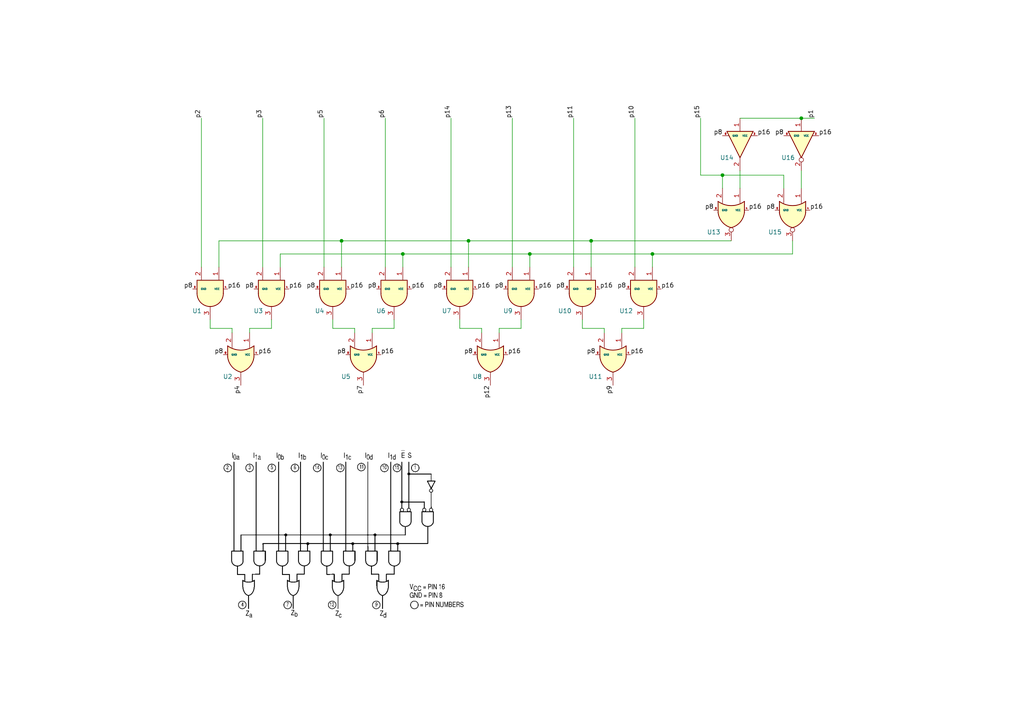
<source format=kicad_sch>
(kicad_sch (version 20231120) (generator "eeschema") (generator_version "8.0")
  (paper "A4")
  (lib_symbols
    (symbol "SimCad:AND2" (pin_names (offset 1.016))
      (property "Reference" "U" (at 2.54 5.08 0))
      (symbol "AND2_1_1"
        (polyline (pts (xy 1.27 3.81) (xy -2.54 3.81) (xy -2.54 -3.81) (xy 1.27 -3.81)) (stroke (width 0.254)) (fill (type background)))
        (arc (start 1.27 -3.81) (mid 5.08 0) (end 1.27 3.81) (stroke (width 0.254)) (fill (type background)))
        (pin input line (at 0 -5.08 90) (length 1.27) (name "GND") (number "0"))
        (pin input line (at -6.35 2.54 0) (length 3.81) (name "~") (number "1"))
        (pin input line (at -6.35 -2.54 0) (length 3.81) (name "~") (number "2"))
        (pin output line (at 8.89 0 180) (length 3.81) (name "~") (number "3"))
        (pin input line (at 0 5.08 270) (length 1.27) (name "VCC") (number "4"))
      )
    )
    (symbol "SimCad:BUF" (pin_names (offset 1.016))
      (property "Reference" "U" (at 2.54 5.08 0))
      (symbol "BUF_1_1"
        (polyline (pts (xy -1.27 3.81) (xy -1.27 -3.81) (xy 6.35 0) (xy -1.27 3.81)) (stroke (width 0.254)) (fill (type background)))
        (pin input line (at 0 -5.08 90) (length 1.8034) (name "GND") (number "0"))
        (pin input line (at -5.08 0 0) (length 3.81) (name "~") (number "1"))
        (pin output line (at 10.16 0 180) (length 3.81) (name "~") (number "2"))
        (pin input line (at 0 5.08 270) (length 1.8034) (name "VCC") (number "3"))
      )
    )
    (symbol "SimCad:INV" (pin_names (offset 1.016))
      (property "Reference" "U" (at 2.54 5.08 0))
      (symbol "INV_1_1"
        (polyline (pts (xy -1.27 3.81) (xy -1.27 -3.81) (xy 6.35 0) (xy -1.27 3.81)) (stroke (width 0.254)) (fill (type background)))
        (pin input line (at 0 -5.08 90) (length 1.8034) (name "GND") (number "0"))
        (pin input line (at -5.08 0 0) (length 3.81) (name "~") (number "1"))
        (pin output inverted (at 10.16 0 180) (length 3.81) (name "~") (number "2"))
        (pin input line (at 0 5.08 270) (length 1.8034) (name "VCC") (number "3"))
      )
    )
    (symbol "SimCad:NOR2" (pin_names (offset 1.016))
      (property "Reference" "U" (at 2.54 5.08 0))
      (symbol "NOR2_1_1"
        (arc (start -2.54 -3.81) (mid -1.319 0) (end -2.54 3.81) (stroke (width 0.254)))
        (polyline (pts (xy -2.54 -3.81) (xy 0.635 -3.81)) (stroke (width 0.254)) (fill (type background)))
        (polyline (pts (xy -2.54 3.81) (xy 0.635 3.81)) (stroke (width 0.254)) (fill (type background)))
        (polyline (pts (xy 0.635 3.81) (xy -2.54 3.81) (xy -2.54 3.81) (xy -2.286 3.4036) (xy -1.7526 2.2606) (xy -1.4224 1.0414) (xy -1.3462 -0.254) (xy -1.4986 -1.4986) (xy -1.905 -2.7178) (xy -2.54 -3.81) (xy -2.54 -3.81) (xy 0.635 -3.81)) (stroke (width -25.4)) (fill (type background)))
        (arc (start 0.6604 -3.81) (mid 3.4542 -2.5851) (end 5.08 0) (stroke (width 0.254)) (fill (type background)))
        (arc (start 5.08 0) (mid 3.4615 2.5936) (end 0.6604 3.81) (stroke (width 0.254)) (fill (type background)))
        (pin input line (at 0 -5.08 90) (length 1.27) (name "GND") (number "0"))
        (pin input line (at -6.35 2.54 0) (length 4.318) (name "~") (number "1"))
        (pin input line (at -6.35 -2.54 0) (length 4.318) (name "~") (number "2"))
        (pin output inverted (at 8.89 0 180) (length 3.81) (name "~") (number "3"))
        (pin input line (at 0 5.08 270) (length 1.27) (name "VCC") (number "4"))
      )
    )
    (symbol "SimCad:OR2" (pin_names (offset 1.016))
      (property "Reference" "U" (at 2.54 5.08 0))
      (symbol "OR2_1_1"
        (arc (start -2.54 -3.81) (mid -1.319 0) (end -2.54 3.81) (stroke (width 0.254)))
        (polyline (pts (xy -2.54 -3.81) (xy 0.635 -3.81)) (stroke (width 0.254)) (fill (type background)))
        (polyline (pts (xy -2.54 3.81) (xy 0.635 3.81)) (stroke (width 0.254)) (fill (type background)))
        (polyline (pts (xy 0.635 3.81) (xy -2.54 3.81) (xy -2.54 3.81) (xy -2.286 3.4036) (xy -1.7526 2.2606) (xy -1.4224 1.0414) (xy -1.3462 -0.254) (xy -1.4986 -1.4986) (xy -1.905 -2.7178) (xy -2.54 -3.81) (xy -2.54 -3.81) (xy 0.635 -3.81)) (stroke (width -25.4)) (fill (type background)))
        (arc (start 0.6604 -3.81) (mid 3.4542 -2.5851) (end 5.08 0) (stroke (width 0.254)) (fill (type background)))
        (arc (start 5.08 0) (mid 3.4615 2.5936) (end 0.6604 3.81) (stroke (width 0.254)) (fill (type background)))
        (pin input line (at 0 -5.08 90) (length 1.27) (name "GND") (number "0"))
        (pin input line (at -6.35 2.54 0) (length 4.318) (name "~") (number "1"))
        (pin input line (at -6.35 -2.54 0) (length 4.318) (name "~") (number "2"))
        (pin output line (at 8.89 0 180) (length 3.81) (name "~") (number "3"))
        (pin input line (at 0 5.08 270) (length 1.27) (name "VCC") (number "4"))
      )
    )
  )
  (junction (at 209.55 50.8))
  (junction (at 153.67 73.66))
  (junction (at 135.89 69.85))
  (junction (at 171.45 69.85))
  (junction (at 99.06 69.85))
  (junction (at 189.23 73.66))
  (junction (at 116.84 73.66))
  (junction (at 232.41 34.29))
  (wire (pts (xy 184.15 77.47) (xy 184.15 34.29)))
  (wire (pts (xy 232.41 49.53) (xy 232.41 54.61)))
  (wire (pts (xy 186.69 92.71) (xy 186.69 95.25)))
  (wire (pts (xy 116.84 73.66) (xy 116.84 77.47)))
  (wire (pts (xy 151.13 95.25) (xy 144.78 95.25)))
  (wire (pts (xy 67.31 95.25) (xy 67.31 96.52)))
  (wire (pts (xy 96.52 92.71) (xy 96.52 95.25)))
  (wire (pts (xy 99.06 69.85) (xy 63.5 69.85)))
  (wire (pts (xy 81.28 77.47) (xy 81.28 73.66)))
  (wire (pts (xy 151.13 92.71) (xy 151.13 95.25)))
  (wire (pts (xy 63.5 69.85) (xy 63.5 77.47)))
  (wire (pts (xy 81.28 73.66) (xy 116.84 73.66)))
  (wire (pts (xy 175.26 95.25) (xy 175.26 96.52)))
  (wire (pts (xy 214.63 34.29) (xy 232.41 34.29)))
  (wire (pts (xy 144.78 95.25) (xy 144.78 96.52)))
  (wire (pts (xy 99.06 69.85) (xy 99.06 77.47)))
  (wire (pts (xy 203.2 50.8) (xy 209.55 50.8)))
  (wire (pts (xy 135.89 69.85) (xy 135.89 77.47)))
  (wire (pts (xy 212.09 69.85) (xy 171.45 69.85)))
  (wire (pts (xy 60.96 92.71) (xy 60.96 95.25)))
  (wire (pts (xy 58.42 77.47) (xy 58.42 34.29)))
  (wire (pts (xy 189.23 73.66) (xy 229.87 73.66)))
  (wire (pts (xy 116.84 73.66) (xy 153.67 73.66)))
  (wire (pts (xy 203.2 34.29) (xy 203.2 50.8)))
  (wire (pts (xy 171.45 69.85) (xy 135.89 69.85)))
  (wire (pts (xy 78.74 95.25) (xy 78.74 92.71)))
  (wire (pts (xy 166.37 77.47) (xy 166.37 34.29)))
  (wire (pts (xy 107.95 95.25) (xy 114.3 95.25)))
  (wire (pts (xy 111.76 77.47) (xy 111.76 34.29)))
  (wire (pts (xy 96.52 95.25) (xy 102.87 95.25)))
  (wire (pts (xy 139.7 95.25) (xy 139.7 96.52)))
  (wire (pts (xy 209.55 50.8) (xy 227.33 50.8)))
  (wire (pts (xy 93.98 77.47) (xy 93.98 34.29)))
  (wire (pts (xy 135.89 69.85) (xy 99.06 69.85)))
  (wire (pts (xy 72.39 95.25) (xy 78.74 95.25)))
  (wire (pts (xy 209.55 50.8) (xy 209.55 54.61)))
  (wire (pts (xy 153.67 73.66) (xy 189.23 73.66)))
  (wire (pts (xy 186.69 95.25) (xy 180.34 95.25)))
  (wire (pts (xy 229.87 73.66) (xy 229.87 69.85)))
  (wire (pts (xy 107.95 96.52) (xy 107.95 95.25)))
  (wire (pts (xy 180.34 95.25) (xy 180.34 96.52)))
  (wire (pts (xy 168.91 92.71) (xy 168.91 95.25)))
  (wire (pts (xy 60.96 95.25) (xy 67.31 95.25)))
  (wire (pts (xy 133.35 95.25) (xy 139.7 95.25)))
  (wire (pts (xy 102.87 95.25) (xy 102.87 96.52)))
  (wire (pts (xy 114.3 95.25) (xy 114.3 92.71)))
  (wire (pts (xy 130.81 77.47) (xy 130.81 34.29)))
  (wire (pts (xy 148.59 77.47) (xy 148.59 34.29)))
  (wire (pts (xy 153.67 73.66) (xy 153.67 77.47)))
  (wire (pts (xy 133.35 92.71) (xy 133.35 95.25)))
  (wire (pts (xy 72.39 96.52) (xy 72.39 95.25)))
  (wire (pts (xy 76.2 77.47) (xy 76.2 34.29)))
  (wire (pts (xy 168.91 95.25) (xy 175.26 95.25)))
  (wire (pts (xy 227.33 50.8) (xy 227.33 54.61)))
  (wire (pts (xy 232.41 34.29) (xy 236.22 34.29)))
  (wire (pts (xy 214.63 54.61) (xy 214.63 49.53)))
  (wire (pts (xy 189.23 73.66) (xy 189.23 77.47)))
  (wire (pts (xy 171.45 69.85) (xy 171.45 77.47)))
  (image (at 99.06 154.94) (scale 0.313333))
  (label "p13" (at 148.59 34.29 90))
  (label "p16" (at 191.77 83.82 0))
  (label "p8" (at 100.33 102.87 180))
  (label "p16" (at 66.04 83.82 0))
  (label "p4" (at 69.85 111.76 270))
  (label "p8" (at 224.79 60.96 180))
  (label "p8" (at 207.01 60.96 180))
  (label "p8" (at 128.27 83.82 180))
  (label "p16" (at 74.93 102.87 0))
  (label "p8" (at 209.55 39.37 180))
  (label "p8" (at 91.44 83.82 180))
  (label "p16" (at 83.82 83.82 0))
  (label "p16" (at 110.49 102.87 0))
  (label "p16" (at 101.6 83.82 0))
  (label "p14" (at 130.81 34.29 90))
  (label "p8" (at 172.72 102.87 180))
  (label "p8" (at 227.33 39.37 180))
  (label "p16" (at 173.99 83.82 0))
  (label "p16" (at 219.71 39.37 0))
  (label "p1" (at 236.22 34.29 90))
  (label "p2" (at 58.42 34.29 90))
  (label "p16" (at 217.17 60.96 0))
  (label "p8" (at 109.22 83.82 180))
  (label "p8" (at 181.61 83.82 180))
  (label "p6" (at 111.76 34.29 90))
  (label "p16" (at 182.88 102.87 0))
  (label "p10" (at 184.15 34.29 90))
  (label "p8" (at 55.88 83.82 180))
  (label "p16" (at 234.95 60.96 0))
  (label "p8" (at 146.05 83.82 180))
  (label "p7" (at 105.41 111.76 270))
  (label "p12" (at 142.24 111.76 270))
  (label "p16" (at 156.21 83.82 0))
  (label "p15" (at 203.2 34.29 90))
  (label "p5" (at 93.98 34.29 90))
  (label "p16" (at 147.32 102.87 0))
  (label "p8" (at 163.83 83.82 180))
  (label "p8" (at 73.66 83.82 180))
  (label "p16" (at 237.49 39.37 0))
  (label "p8" (at 137.16 102.87 180))
  (label "p9" (at 177.8 111.76 270))
  (label "p16" (at 138.43 83.82 0))
  (label "p11" (at 166.37 34.29 90))
  (label "p8" (at 64.77 102.87 180))
  (label "p16" (at 119.38 83.82 0))
  (label "p3" (at 76.2 34.29 90))
  (symbol (lib_id "SimCad:INV") (at 232.41 39.37 270) (unit 1)
    (property "Reference" "U16" (at 228.6 45.72 90))
    (property "Value" "INV" (effects (hide yes)))
  )
  (symbol (lib_id "SimCad:BUF") (at 214.63 39.37 270) (unit 1)
    (property "Reference" "U14" (at 210.82 45.72 90))
    (property "Value" "BUF" (effects (hide yes)))
  )
  (symbol (lib_id "SimCad:OR2") (at 69.85 102.87 270) (unit 1)
    (property "Reference" "U2" (at 66.04 109.22 90))
    (property "Value" "OR2" (effects (hide yes)))
  )
  (symbol (lib_id "SimCad:OR2") (at 105.41 102.87 270) (unit 1)
    (property "Reference" "U5" (at 100.33 109.22 90))
    (property "Value" "OR2" (effects (hide yes)))
  )
  (symbol (lib_id "SimCad:OR2") (at 142.24 102.87 270) (unit 1)
    (property "Reference" "U8" (at 138.43 109.22 90))
    (property "Value" "OR2" (effects (hide yes)))
  )
  (symbol (lib_id "SimCad:OR2") (at 177.8 102.87 270) (unit 1)
    (property "Reference" "U11" (at 172.72 109.22 90))
    (property "Value" "OR2" (effects (hide yes)))
  )
  (symbol (lib_id "SimCad:AND2") (at 60.96 83.82 270) (unit 1)
    (property "Reference" "U1" (at 57.15 90.17 90))
    (property "Value" "AND2" (effects (hide yes)))
  )
  (symbol (lib_id "SimCad:AND2") (at 78.74 83.82 270) (unit 1)
    (property "Reference" "U3" (at 74.93 90.17 90))
    (property "Value" "AND2" (effects (hide yes)))
  )
  (symbol (lib_id "SimCad:AND2") (at 96.52 83.82 270) (unit 1)
    (property "Reference" "U4" (at 92.71 90.17 90))
    (property "Value" "AND2" (effects (hide yes)))
  )
  (symbol (lib_id "SimCad:AND2") (at 114.3 83.82 270) (unit 1)
    (property "Reference" "U6" (at 110.49 90.17 90))
    (property "Value" "AND2" (effects (hide yes)))
  )
  (symbol (lib_id "SimCad:AND2") (at 133.35 83.82 270) (unit 1)
    (property "Reference" "U7" (at 129.54 90.17 90))
    (property "Value" "AND2" (effects (hide yes)))
  )
  (symbol (lib_id "SimCad:AND2") (at 151.13 83.82 270) (unit 1)
    (property "Reference" "U9" (at 147.32 90.17 90))
    (property "Value" "AND2" (effects (hide yes)))
  )
  (symbol (lib_id "SimCad:AND2") (at 168.91 83.82 270) (unit 1)
    (property "Reference" "U10" (at 163.83 90.17 90))
    (property "Value" "AND2" (effects (hide yes)))
  )
  (symbol (lib_id "SimCad:AND2") (at 186.69 83.82 270) (unit 1)
    (property "Reference" "U12" (at 181.61 90.17 90))
    (property "Value" "AND2" (effects (hide yes)))
  )
  (symbol (lib_id "SimCad:NOR2") (at 212.09 60.96 270) (unit 1)
    (property "Reference" "U13" (at 207.01 67.31 90))
    (property "Value" "NOR2" (effects (hide yes)))
  )
  (symbol (lib_id "SimCad:NOR2") (at 229.87 60.96 270) (unit 1)
    (property "Reference" "U15" (at 224.79 67.31 90))
    (property "Value" "NOR2" (effects (hide yes)))
  )
)
</source>
